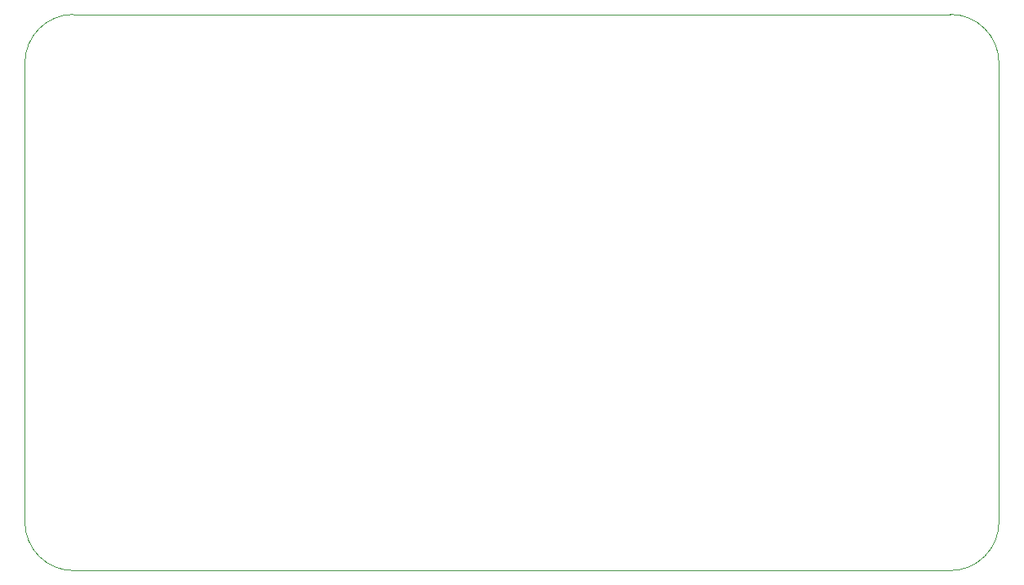
<source format=gbr>
G04 #@! TF.FileFunction,Profile,NP*
%FSLAX46Y46*%
G04 Gerber Fmt 4.6, Leading zero omitted, Abs format (unit mm)*
G04 Created by KiCad (PCBNEW (2015-01-16 BZR 5376)-product) date 26/05/2015 16:36:23*
%MOMM*%
G01*
G04 APERTURE LIST*
%ADD10C,0.150000*%
%ADD11C,0.100000*%
G04 APERTURE END LIST*
D10*
D11*
X-12250216Y1644D02*
X-12250216Y47626644D01*
X-12250216Y1644D02*
G75*
G03X-7201778Y-5046794I5048438J0D01*
G01*
X83701346Y-5046794D02*
X-7201778Y-5046794D01*
X83701346Y-5046794D02*
G75*
G03X88749784Y1644I0J5048438D01*
G01*
X88749784Y47626644D02*
X88749784Y1644D01*
X88749784Y47626644D02*
G75*
G03X83701346Y52675082I-5048438J0D01*
G01*
X-7201778Y52675082D02*
X83701346Y52675082D01*
X-7201778Y52675082D02*
G75*
G03X-12250216Y47626644I0J-5048438D01*
G01*
M02*

</source>
